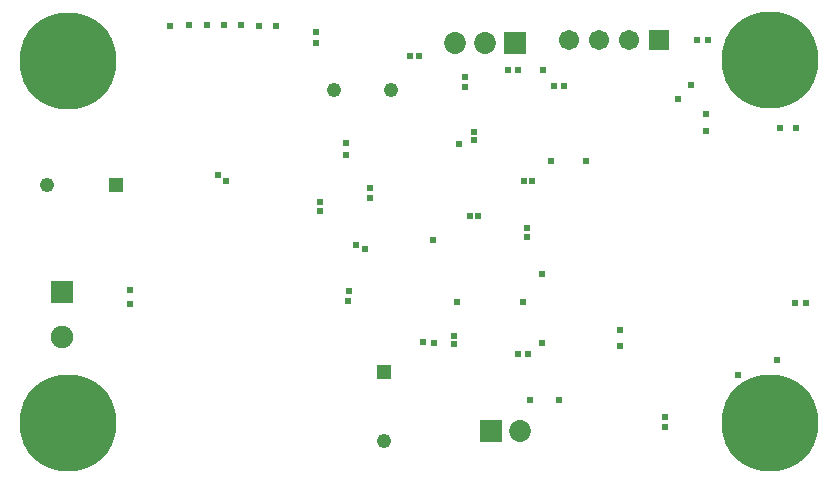
<source format=gbs>
G04*
G04 #@! TF.GenerationSoftware,Altium Limited,Altium Designer,18.0.7 (293)*
G04*
G04 Layer_Color=16711935*
%FSLAX25Y25*%
%MOIN*%
G70*
G01*
G75*
%ADD58R,0.07296X0.07296*%
%ADD59C,0.07296*%
%ADD60C,0.04769*%
%ADD61R,0.04769X0.04769*%
%ADD62R,0.04769X0.04769*%
%ADD63C,0.06706*%
%ADD64R,0.06706X0.06706*%
%ADD65C,0.32296*%
%ADD66C,0.04855*%
%ADD67C,0.07493*%
%ADD68R,0.07493X0.07493*%
%ADD69C,0.02375*%
D58*
X167480Y144882D02*
D03*
X159252Y15748D02*
D03*
D59*
X157480Y144882D02*
D03*
X147480D02*
D03*
X169095Y15748D02*
D03*
D60*
X11500Y97520D02*
D03*
X123622Y12122D02*
D03*
D61*
X34500Y97520D02*
D03*
D62*
X123622Y35122D02*
D03*
D63*
X185472Y145866D02*
D03*
X195472D02*
D03*
X205472D02*
D03*
D64*
X215472D02*
D03*
D65*
X252362Y18307D02*
D03*
X18500Y139020D02*
D03*
Y18232D02*
D03*
X252480Y139173D02*
D03*
D66*
X126181Y129331D02*
D03*
X106968D02*
D03*
D67*
X16500Y47020D02*
D03*
D68*
Y62020D02*
D03*
D69*
X171535Y41181D02*
D03*
X168425Y41260D02*
D03*
X190984Y105591D02*
D03*
X179291D02*
D03*
X231181Y115709D02*
D03*
X217362Y16772D02*
D03*
Y20157D02*
D03*
X173189Y98976D02*
D03*
X170276Y99016D02*
D03*
X171496Y80158D02*
D03*
X171457Y83110D02*
D03*
X155079Y87283D02*
D03*
X152244Y87244D02*
D03*
X153740Y112480D02*
D03*
X153701Y115394D02*
D03*
X226102Y130945D02*
D03*
X221693Y126339D02*
D03*
X227913Y145945D02*
D03*
X231653Y146024D02*
D03*
X183858Y130551D02*
D03*
X180354Y130630D02*
D03*
X168465Y135787D02*
D03*
X165079D02*
D03*
X135394Y140669D02*
D03*
X132205Y140709D02*
D03*
X101024Y144882D02*
D03*
Y148740D02*
D03*
X102205Y88976D02*
D03*
Y91811D02*
D03*
X119016Y93150D02*
D03*
X118976Y96614D02*
D03*
X111102Y107677D02*
D03*
X111063Y111693D02*
D03*
X150669Y130315D02*
D03*
Y133622D02*
D03*
X176535Y135827D02*
D03*
X39094Y57874D02*
D03*
X39173Y62441D02*
D03*
X202362Y43937D02*
D03*
X202441Y49331D02*
D03*
X264488Y58228D02*
D03*
X260630Y58268D02*
D03*
X261024Y116614D02*
D03*
X255669Y116654D02*
D03*
X117244Y76260D02*
D03*
X114409Y77598D02*
D03*
X111850Y58819D02*
D03*
X111890Y62244D02*
D03*
X140512Y45079D02*
D03*
X136772Y45118D02*
D03*
X176457Y44842D02*
D03*
X147126Y44528D02*
D03*
Y47323D02*
D03*
X241535Y34409D02*
D03*
X254842Y39409D02*
D03*
X87559Y150709D02*
D03*
X82047Y150748D02*
D03*
X76181Y150827D02*
D03*
X70197D02*
D03*
X64803D02*
D03*
X58583D02*
D03*
X52244Y150748D02*
D03*
X70866Y98858D02*
D03*
X68268Y101024D02*
D03*
X170000Y58740D02*
D03*
X148071D02*
D03*
X182126Y25827D02*
D03*
X172480D02*
D03*
X176457Y67756D02*
D03*
X231181Y121181D02*
D03*
X140039Y79331D02*
D03*
X148583Y111260D02*
D03*
M02*

</source>
